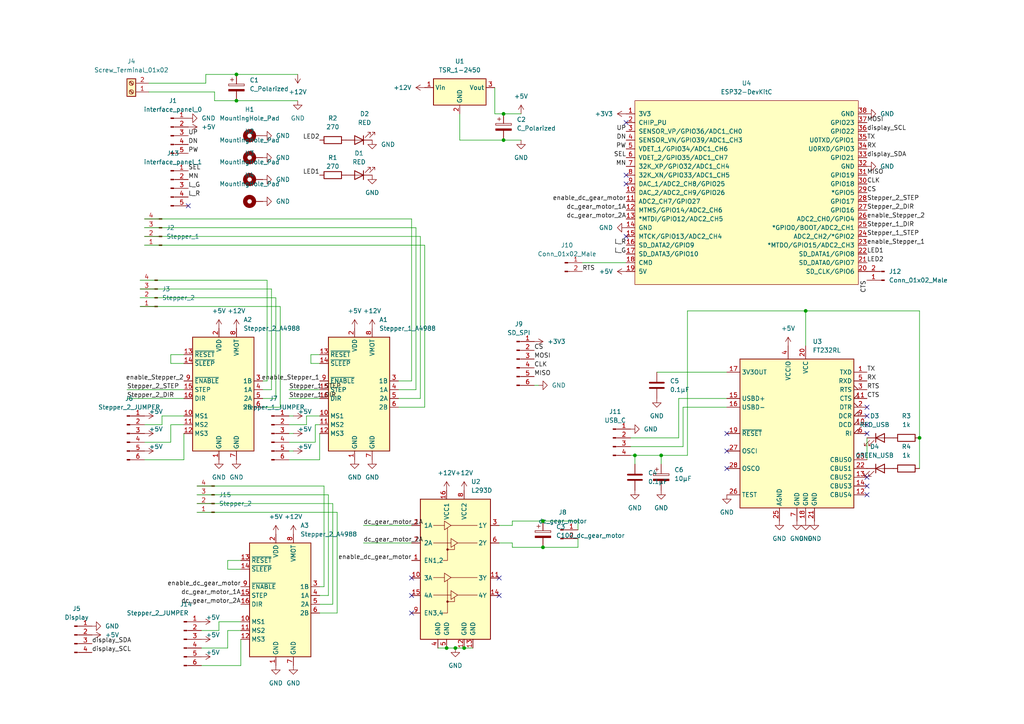
<source format=kicad_sch>
(kicad_sch (version 20211123) (generator eeschema)
  (paper "A4")
  (lib_symbols
    (symbol "Connector:Conn_01x02_Male" (pin_names (offset 1.016) hide)
      (property "Reference" "J" (at 0 2.54 0))
      (property "Value" "Conn_01x02_Male" (at 0 -5.08 0))
      (symbol "Conn_01x02_Male_1_1"
        (polyline (pts (xy 1.27 -2.54) (xy 0.8636 -2.54)) (stroke (width 0.1524)))
        (polyline (pts (xy 1.27 0) (xy 0.8636 0)) (stroke (width 0.1524)))
        (rectangle (start 0.8636 -2.413) (end 0 -2.667) (stroke (width 0.1524)) (fill (type outline)))
        (rectangle (start 0.8636 0.127) (end 0 -0.127) (stroke (width 0.1524)) (fill (type outline)))
        (pin passive line (at 5.08 0 180) (length 3.81) (name "Pin_1") (number "1"))
        (pin passive line (at 5.08 -2.54 180) (length 3.81) (name "Pin_2") (number "2"))
      )
    )
    (symbol "Connector:Conn_01x04_Male" (pin_names (offset 1.016) hide)
      (property "Reference" "J" (at 0 5.08 0))
      (property "Value" "Conn_01x04_Male" (at 0 -7.62 0))
      (symbol "Conn_01x04_Male_1_1"
        (polyline (pts (xy 1.27 -5.08) (xy 0.8636 -5.08)) (stroke (width 0.1524)))
        (polyline (pts (xy 1.27 -2.54) (xy 0.8636 -2.54)) (stroke (width 0.1524)))
        (polyline (pts (xy 1.27 0) (xy 0.8636 0)) (stroke (width 0.1524)))
        (polyline (pts (xy 1.27 2.54) (xy 0.8636 2.54)) (stroke (width 0.1524)))
        (rectangle (start 0.8636 -4.953) (end 0 -5.207) (stroke (width 0.1524)) (fill (type outline)))
        (rectangle (start 0.8636 -2.413) (end 0 -2.667) (stroke (width 0.1524)) (fill (type outline)))
        (rectangle (start 0.8636 0.127) (end 0 -0.127) (stroke (width 0.1524)) (fill (type outline)))
        (rectangle (start 0.8636 2.667) (end 0 2.413) (stroke (width 0.1524)) (fill (type outline)))
        (pin passive line (at 5.08 2.54 180) (length 3.81) (name "Pin_1") (number "1"))
        (pin passive line (at 5.08 0 180) (length 3.81) (name "Pin_2") (number "2"))
        (pin passive line (at 5.08 -2.54 180) (length 3.81) (name "Pin_3") (number "3"))
        (pin passive line (at 5.08 -5.08 180) (length 3.81) (name "Pin_4") (number "4"))
      )
    )
    (symbol "Connector:Conn_01x05_Male" (pin_names (offset 1.016) hide)
      (property "Reference" "J" (at 0 7.62 0))
      (property "Value" "Conn_01x05_Male" (at 0 -7.62 0))
      (symbol "Conn_01x05_Male_1_1"
        (polyline (pts (xy 1.27 -5.08) (xy 0.8636 -5.08)) (stroke (width 0.1524)))
        (polyline (pts (xy 1.27 -2.54) (xy 0.8636 -2.54)) (stroke (width 0.1524)))
        (polyline (pts (xy 1.27 0) (xy 0.8636 0)) (stroke (width 0.1524)))
        (polyline (pts (xy 1.27 2.54) (xy 0.8636 2.54)) (stroke (width 0.1524)))
        (polyline (pts (xy 1.27 5.08) (xy 0.8636 5.08)) (stroke (width 0.1524)))
        (rectangle (start 0.8636 -4.953) (end 0 -5.207) (stroke (width 0.1524)) (fill (type outline)))
        (rectangle (start 0.8636 -2.413) (end 0 -2.667) (stroke (width 0.1524)) (fill (type outline)))
        (rectangle (start 0.8636 0.127) (end 0 -0.127) (stroke (width 0.1524)) (fill (type outline)))
        (rectangle (start 0.8636 2.667) (end 0 2.413) (stroke (width 0.1524)) (fill (type outline)))
        (rectangle (start 0.8636 5.207) (end 0 4.953) (stroke (width 0.1524)) (fill (type outline)))
        (pin passive line (at 5.08 5.08 180) (length 3.81) (name "Pin_1") (number "1"))
        (pin passive line (at 5.08 2.54 180) (length 3.81) (name "Pin_2") (number "2"))
        (pin passive line (at 5.08 0 180) (length 3.81) (name "Pin_3") (number "3"))
        (pin passive line (at 5.08 -2.54 180) (length 3.81) (name "Pin_4") (number "4"))
        (pin passive line (at 5.08 -5.08 180) (length 3.81) (name "Pin_5") (number "5"))
      )
    )
    (symbol "Connector:Conn_01x06_Male" (pin_names (offset 1.016) hide)
      (property "Reference" "J" (at 0 7.62 0))
      (property "Value" "Conn_01x06_Male" (at 0 -10.16 0))
      (symbol "Conn_01x06_Male_1_1"
        (polyline (pts (xy 1.27 -7.62) (xy 0.8636 -7.62)) (stroke (width 0.1524)))
        (polyline (pts (xy 1.27 -5.08) (xy 0.8636 -5.08)) (stroke (width 0.1524)))
        (polyline (pts (xy 1.27 -2.54) (xy 0.8636 -2.54)) (stroke (width 0.1524)))
        (polyline (pts (xy 1.27 0) (xy 0.8636 0)) (stroke (width 0.1524)))
        (polyline (pts (xy 1.27 2.54) (xy 0.8636 2.54)) (stroke (width 0.1524)))
        (polyline (pts (xy 1.27 5.08) (xy 0.8636 5.08)) (stroke (width 0.1524)))
        (rectangle (start 0.8636 -7.493) (end 0 -7.747) (stroke (width 0.1524)) (fill (type outline)))
        (rectangle (start 0.8636 -4.953) (end 0 -5.207) (stroke (width 0.1524)) (fill (type outline)))
        (rectangle (start 0.8636 -2.413) (end 0 -2.667) (stroke (width 0.1524)) (fill (type outline)))
        (rectangle (start 0.8636 0.127) (end 0 -0.127) (stroke (width 0.1524)) (fill (type outline)))
        (rectangle (start 0.8636 2.667) (end 0 2.413) (stroke (width 0.1524)) (fill (type outline)))
        (rectangle (start 0.8636 5.207) (end 0 4.953) (stroke (width 0.1524)) (fill (type outline)))
        (pin passive line (at 5.08 5.08 180) (length 3.81) (name "Pin_1") (number "1"))
        (pin passive line (at 5.08 2.54 180) (length 3.81) (name "Pin_2") (number "2"))
        (pin passive line (at 5.08 0 180) (length 3.81) (name "Pin_3") (number "3"))
        (pin passive line (at 5.08 -2.54 180) (length 3.81) (name "Pin_4") (number "4"))
        (pin passive line (at 5.08 -5.08 180) (length 3.81) (name "Pin_5") (number "5"))
        (pin passive line (at 5.08 -7.62 180) (length 3.81) (name "Pin_6") (number "6"))
      )
    )
    (symbol "Connector:Screw_Terminal_01x02" (pin_names (offset 1.016) hide)
      (property "Reference" "J" (at 0 2.54 0))
      (property "Value" "Screw_Terminal_01x02" (at 0 -5.08 0))
      (symbol "Screw_Terminal_01x02_1_1"
        (rectangle (start -1.27 1.27) (end 1.27 -3.81) (stroke (width 0.254)) (fill (type background)))
        (circle (center 0 -2.54) (radius 0.635) (stroke (width 0.1524)))
        (polyline (pts (xy -0.5334 -2.2098) (xy 0.3302 -3.048)) (stroke (width 0.1524)))
        (polyline (pts (xy -0.5334 0.3302) (xy 0.3302 -0.508)) (stroke (width 0.1524)))
        (polyline (pts (xy -0.3556 -2.032) (xy 0.508 -2.8702)) (stroke (width 0.1524)))
        (polyline (pts (xy -0.3556 0.508) (xy 0.508 -0.3302)) (stroke (width 0.1524)))
        (circle (center 0 0) (radius 0.635) (stroke (width 0.1524)))
        (pin passive line (at -5.08 0 0) (length 3.81) (name "Pin_1") (number "1"))
        (pin passive line (at -5.08 -2.54 0) (length 3.81) (name "Pin_2") (number "2"))
      )
    )
    (symbol "Device:C" (pin_numbers hide) (pin_names (offset 0.254))
      (property "Reference" "C" (at 0.635 2.54 0))
      (property "Value" "C" (at 0.635 -2.54 0))
      (symbol "C_0_1"
        (polyline (pts (xy -2.032 -0.762) (xy 2.032 -0.762)) (stroke (width 0.508)))
        (polyline (pts (xy -2.032 0.762) (xy 2.032 0.762)) (stroke (width 0.508)))
      )
      (symbol "C_1_1"
        (pin passive line (at 0 3.81 270) (length 2.794) (name "~") (number "1"))
        (pin passive line (at 0 -3.81 90) (length 2.794) (name "~") (number "2"))
      )
    )
    (symbol "Device:C_Polarized" (pin_numbers hide) (pin_names (offset 0.254))
      (property "Reference" "C" (at 0.635 2.54 0))
      (property "Value" "C_Polarized" (at 0.635 -2.54 0))
      (symbol "C_Polarized_0_1"
        (rectangle (start -2.286 0.508) (end 2.286 1.016))
        (polyline (pts (xy -1.778 2.286) (xy -0.762 2.286)))
        (polyline (pts (xy -1.27 2.794) (xy -1.27 1.778)))
        (rectangle (start 2.286 -0.508) (end -2.286 -1.016) (fill (type outline)))
      )
      (symbol "C_Polarized_1_1"
        (pin passive line (at 0 3.81 270) (length 2.794) (name "~") (number "1"))
        (pin passive line (at 0 -3.81 90) (length 2.794) (name "~") (number "2"))
      )
    )
    (symbol "Device:LED" (pin_numbers hide) (pin_names (offset 1.016) hide)
      (property "Reference" "D" (at 0 2.54 0))
      (property "Value" "LED" (at 0 -2.54 0))
      (symbol "LED_0_1"
        (polyline (pts (xy -1.27 -1.27) (xy -1.27 1.27)) (stroke (width 0.254)))
        (polyline (pts (xy -1.27 0) (xy 1.27 0)))
        (polyline (pts (xy 1.27 -1.27) (xy 1.27 1.27) (xy -1.27 0) (xy 1.27 -1.27)) (stroke (width 0.254)))
        (polyline (pts (xy -3.048 -0.762) (xy -4.572 -2.286) (xy -3.81 -2.286) (xy -4.572 -2.286) (xy -4.572 -1.524)))
        (polyline (pts (xy -1.778 -0.762) (xy -3.302 -2.286) (xy -2.54 -2.286) (xy -3.302 -2.286) (xy -3.302 -1.524)))
      )
      (symbol "LED_1_1"
        (pin passive line (at -3.81 0 0) (length 2.54) (name "K") (number "1"))
        (pin passive line (at 3.81 0 180) (length 2.54) (name "A") (number "2"))
      )
    )
    (symbol "Device:R" (pin_numbers hide) (pin_names (offset 0))
      (property "Reference" "R" (at 2.032 0 90))
      (property "Value" "R" (at 0 0 90))
      (symbol "R_0_1"
        (rectangle (start -1.016 -2.54) (end 1.016 2.54) (stroke (width 0.254)))
      )
      (symbol "R_1_1"
        (pin passive line (at 0 3.81 270) (length 1.27) (name "~") (number "1"))
        (pin passive line (at 0 -3.81 90) (length 1.27) (name "~") (number "2"))
      )
    )
    (symbol "Driver_Motor:L293D" (pin_names (offset 1.016))
      (property "Reference" "U" (at -5.08 26.035 0))
      (property "Value" "L293D" (at -5.08 24.13 0))
      (symbol "L293D_0_1"
        (rectangle (start -10.16 22.86) (end 10.16 -17.78) (stroke (width 0.254)) (fill (type background)))
        (circle (center -2.286 -6.858) (radius 0.254) (fill (type outline)))
        (circle (center -2.286 8.255) (radius 0.254) (fill (type outline)))
        (polyline (pts (xy -6.35 -4.953) (xy -1.27 -4.953)))
        (polyline (pts (xy -6.35 0.127) (xy -3.175 0.127)))
        (polyline (pts (xy -6.35 10.16) (xy -1.27 10.16)))
        (polyline (pts (xy -6.35 15.24) (xy -3.175 15.24)))
        (polyline (pts (xy -1.27 0.127) (xy 6.35 0.127)))
        (polyline (pts (xy -1.27 15.24) (xy 6.35 15.24)))
        (polyline (pts (xy 0.635 -4.953) (xy 6.35 -4.953)))
        (polyline (pts (xy 0.635 10.16) (xy 6.35 10.16)))
        (polyline (pts (xy -2.286 -6.858) (xy -0.254 -6.858) (xy -0.254 -5.588)))
        (polyline (pts (xy -2.286 -0.635) (xy -2.286 -10.16) (xy -3.556 -10.16)))
        (polyline (pts (xy -2.286 8.255) (xy -0.254 8.255) (xy -0.254 9.525)))
        (polyline (pts (xy -2.286 14.478) (xy -2.286 5.08) (xy -3.556 5.08)))
        (polyline (pts (xy -3.175 1.397) (xy -3.175 -1.143) (xy -1.27 0.127) (xy -3.175 1.397)))
        (polyline (pts (xy -3.175 16.51) (xy -3.175 13.97) (xy -1.27 15.24) (xy -3.175 16.51)))
        (polyline (pts (xy -1.27 -3.683) (xy -1.27 -6.223) (xy 0.635 -4.953) (xy -1.27 -3.683)))
        (polyline (pts (xy -1.27 11.43) (xy -1.27 8.89) (xy 0.635 10.16) (xy -1.27 11.43)))
      )
      (symbol "L293D_1_1"
        (pin input line (at -12.7 5.08 0) (length 2.54) (name "EN1,2") (number "1"))
        (pin input line (at -12.7 0 0) (length 2.54) (name "3A") (number "10"))
        (pin output line (at 12.7 0 180) (length 2.54) (name "3Y") (number "11"))
        (pin power_in line (at 2.54 -20.32 90) (length 2.54) (name "GND") (number "12"))
        (pin power_in line (at 5.08 -20.32 90) (length 2.54) (name "GND") (number "13"))
        (pin output line (at 12.7 -5.08 180) (length 2.54) (name "4Y") (number "14"))
        (pin input line (at -12.7 -5.08 0) (length 2.54) (name "4A") (number "15"))
        (pin power_in line (at -2.54 25.4 270) (length 2.54) (name "VCC1") (number "16"))
        (pin input line (at -12.7 15.24 0) (length 2.54) (name "1A") (number "2"))
        (pin output line (at 12.7 15.24 180) (length 2.54) (name "1Y") (number "3"))
        (pin power_in line (at -5.08 -20.32 90) (length 2.54) (name "GND") (number "4"))
        (pin power_in line (at -2.54 -20.32 90) (length 2.54) (name "GND") (number "5"))
        (pin output line (at 12.7 10.16 180) (length 2.54) (name "2Y") (number "6"))
        (pin input line (at -12.7 10.16 0) (length 2.54) (name "2A") (number "7"))
        (pin power_in line (at 2.54 25.4 270) (length 2.54) (name "VCC2") (number "8"))
        (pin input line (at -12.7 -10.16 0) (length 2.54) (name "EN3,4") (number "9"))
      )
    )
    (symbol "Driver_Motor:Pololu_Breakout_A4988"
      (property "Reference" "A" (at -2.54 19.05 0))
      (property "Value" "Pololu_Breakout_A4988" (at -2.54 16.51 0))
      (symbol "Pololu_Breakout_A4988_0_1"
        (rectangle (start 10.16 -17.78) (end -7.62 15.24) (stroke (width 0.254)) (fill (type background)))
      )
      (symbol "Pololu_Breakout_A4988_1_1"
        (pin power_in line (at 0 -20.32 90) (length 2.54) (name "GND") (number "1"))
        (pin input line (at -10.16 -7.62 0) (length 2.54) (name "MS1") (number "10"))
        (pin input line (at -10.16 -10.16 0) (length 2.54) (name "MS2") (number "11"))
        (pin input line (at -10.16 -12.7 0) (length 2.54) (name "MS3") (number "12"))
        (pin input line (at -10.16 10.16 0) (length 2.54) (name "~{RESET}") (number "13"))
        (pin input line (at -10.16 7.62 0) (length 2.54) (name "~{SLEEP}") (number "14"))
        (pin input line (at -10.16 0 0) (length 2.54) (name "STEP") (number "15"))
        (pin input line (at -10.16 -2.54 0) (length 2.54) (name "DIR") (number "16"))
        (pin power_in line (at 0 17.78 270) (length 2.54) (name "VDD") (number "2"))
        (pin output line (at 12.7 2.54 180) (length 2.54) (name "1B") (number "3"))
        (pin output line (at 12.7 0 180) (length 2.54) (name "1A") (number "4"))
        (pin output line (at 12.7 -2.54 180) (length 2.54) (name "2A") (number "5"))
        (pin output line (at 12.7 -5.08 180) (length 2.54) (name "2B") (number "6"))
        (pin power_in line (at 5.08 -20.32 90) (length 2.54) (name "GND") (number "7"))
        (pin power_in line (at 5.08 17.78 270) (length 2.54) (name "VMOT") (number "8"))
        (pin input line (at -10.16 2.54 0) (length 2.54) (name "~{ENABLE}") (number "9"))
      )
    )
    (symbol "Espressif:ESP32-DevKitC" (pin_names (offset 1.016))
      (property "Reference" "U" (at -8.89 26.67 0))
      (property "Value" "ESP32-DevKitC" (at 0 -29.21 0))
      (symbol "ESP32-DevKitC_0_0"
        (pin power_in line (at -33.02 -11.43 0) (length 2.54) (name "GND") (number "14"))
        (pin power_in line (at -33.02 -24.13 0) (length 2.54) (name "5V") (number "19"))
      )
      (symbol "ESP32-DevKitC_0_1"
        (rectangle (start -30.48 25.4) (end 34.29 -27.94) (fill (type background)))
      )
      (symbol "ESP32-DevKitC_1_1"
        (pin power_in line (at -33.02 21.59 0) (length 2.54) (name "3V3") (number "1"))
        (pin bidirectional line (at -33.02 -1.27 0) (length 2.54) (name "DAC_2/ADC2_CH9/GPIO26") (number "10"))
        (pin bidirectional line (at -33.02 -3.81 0) (length 2.54) (name "ADC2_CH7/GPIO27") (number "11"))
        (pin bidirectional line (at -33.02 -6.35 0) (length 2.54) (name "MTMS/GPIO14/ADC2_CH6") (number "12"))
        (pin bidirectional line (at -33.02 -8.89 0) (length 2.54) (name "*MTDI/GPIO12/ADC2_CH5") (number "13"))
        (pin bidirectional line (at -33.02 -13.97 0) (length 2.54) (name "MTCK/GPIO13/ADC2_CH4") (number "15"))
        (pin bidirectional line (at -33.02 -16.51 0) (length 2.54) (name "SD_DATA2/GPIO9") (number "16"))
        (pin bidirectional line (at -33.02 -19.05 0) (length 2.54) (name "SD_DATA3/GPIO10") (number "17"))
        (pin bidirectional line (at -33.02 -21.59 0) (length 2.54) (name "CMD") (number "18"))
        (pin input line (at -33.02 19.05 0) (length 2.54) (name "CHIP_PU") (number "2"))
        (pin bidirectional line (at 36.83 -24.13 180) (length 2.54) (name "SD_CLK/GPIO6") (number "20"))
        (pin bidirectional line (at 36.83 -21.59 180) (length 2.54) (name "SD_DATA0/GPIO7") (number "21"))
        (pin bidirectional line (at 36.83 -19.05 180) (length 2.54) (name "SD_DATA1/GPIO8") (number "22"))
        (pin bidirectional line (at 36.83 -16.51 180) (length 2.54) (name "*MTDO/GPIO15/ADC2_CH3") (number "23"))
        (pin bidirectional line (at 36.83 -13.97 180) (length 2.54) (name "ADC2_CH2/*GPIO2") (number "24"))
        (pin bidirectional line (at 36.83 -11.43 180) (length 2.54) (name "*GPIO0/BOOT/ADC2_CH1") (number "25"))
        (pin bidirectional line (at 36.83 -8.89 180) (length 2.54) (name "ADC2_CH0/GPIO4") (number "26"))
        (pin bidirectional line (at 36.83 -6.35 180) (length 2.54) (name "GPIO16") (number "27"))
        (pin bidirectional line (at 36.83 -3.81 180) (length 2.54) (name "GPIO17") (number "28"))
        (pin bidirectional line (at 36.83 -1.27 180) (length 2.54) (name "*GPIO5") (number "29"))
        (pin input line (at -33.02 16.51 0) (length 2.54) (name "SENSOR_VP/GPIO36/ADC1_CH0") (number "3"))
        (pin bidirectional line (at 36.83 1.27 180) (length 2.54) (name "GPIO18") (number "30"))
        (pin bidirectional line (at 36.83 3.81 180) (length 2.54) (name "GPIO19") (number "31"))
        (pin power_in line (at 36.83 6.35 180) (length 2.54) (name "GND") (number "32"))
        (pin bidirectional line (at 36.83 8.89 180) (length 2.54) (name "GPIO21") (number "33"))
        (pin bidirectional line (at 36.83 11.43 180) (length 2.54) (name "U0RXD/GPIO3") (number "34"))
        (pin bidirectional line (at 36.83 13.97 180) (length 2.54) (name "U0TXD/GPIO1") (number "35"))
        (pin bidirectional line (at 36.83 16.51 180) (length 2.54) (name "GPIO22") (number "36"))
        (pin bidirectional line (at 36.83 19.05 180) (length 2.54) (name "GPIO23") (number "37"))
        (pin power_in line (at 36.83 21.59 180) (length 2.54) (name "GND") (number "38"))
        (pin input line (at -33.02 13.97 0) (length 2.54) (name "SENSOR_VN/GPIO39/ADC1_CH3") (number "4"))
        (pin input line (at -33.02 11.43 0) (length 2.54) (name "VDET_1/GPIO34/ADC1_CH6") (number "5"))
        (pin input line (at -33.02 8.89 0) (length 2.54) (name "VDET_2/GPIO35/ADC1_CH7") (number "6"))
        (pin bidirectional line (at -33.02 6.35 0) (length 2.54) (name "32K_XP/GPIO32/ADC1_CH4") (number "7"))
        (pin bidirectional line (at -33.02 3.81 0) (length 2.54) (name "32K_XN/GPIO33/ADC1_CH5") (number "8"))
        (pin bidirectional line (at -33.02 1.27 0) (length 2.54) (name "DAC_1/ADC2_CH8/GPIO25") (number "9"))
      )
    )
    (symbol "Interface_USB:FT232RL"
      (property "Reference" "U" (at -16.51 22.86 0))
      (property "Value" "FT232RL" (at 10.16 22.86 0))
      (symbol "FT232RL_0_1"
        (rectangle (start -16.51 21.59) (end 16.51 -21.59) (stroke (width 0.254)) (fill (type background)))
      )
      (symbol "FT232RL_1_1"
        (pin output line (at 20.32 17.78 180) (length 3.81) (name "TXD") (number "1"))
        (pin input input_low (at 20.32 2.54 180) (length 3.81) (name "DCD") (number "10"))
        (pin input input_low (at 20.32 10.16 180) (length 3.81) (name "CTS") (number "11"))
        (pin bidirectional line (at 20.32 -17.78 180) (length 3.81) (name "CBUS4") (number "12"))
        (pin bidirectional line (at 20.32 -12.7 180) (length 3.81) (name "CBUS2") (number "13"))
        (pin bidirectional line (at 20.32 -15.24 180) (length 3.81) (name "CBUS3") (number "14"))
        (pin bidirectional line (at -20.32 10.16 0) (length 3.81) (name "USBD+") (number "15"))
        (pin bidirectional line (at -20.32 7.62 0) (length 3.81) (name "USBD-") (number "16"))
        (pin power_out line (at -20.32 17.78 0) (length 3.81) (name "3V3OUT") (number "17"))
        (pin power_in line (at 2.54 -25.4 90) (length 3.81) (name "GND") (number "18"))
        (pin input line (at -20.32 0 0) (length 3.81) (name "~{RESET}") (number "19"))
        (pin output output_low (at 20.32 7.62 180) (length 3.81) (name "DTR") (number "2"))
        (pin power_in line (at 2.54 25.4 270) (length 3.81) (name "VCC") (number "20"))
        (pin power_in line (at 5.08 -25.4 90) (length 3.81) (name "GND") (number "21"))
        (pin bidirectional line (at 20.32 -10.16 180) (length 3.81) (name "CBUS1") (number "22"))
        (pin bidirectional line (at 20.32 -7.62 180) (length 3.81) (name "CBUS0") (number "23"))
        (pin power_in line (at -5.08 -25.4 90) (length 3.81) (name "AGND") (number "25"))
        (pin input line (at -20.32 -17.78 0) (length 3.81) (name "TEST") (number "26"))
        (pin input line (at -20.32 -5.08 0) (length 3.81) (name "OSCI") (number "27"))
        (pin output line (at -20.32 -10.16 0) (length 3.81) (name "OSCO") (number "28"))
        (pin output output_low (at 20.32 12.7 180) (length 3.81) (name "RTS") (number "3"))
        (pin power_in line (at -2.54 25.4 270) (length 3.81) (name "VCCIO") (number "4"))
        (pin input line (at 20.32 15.24 180) (length 3.81) (name "RXD") (number "5"))
        (pin input input_low (at 20.32 0 180) (length 3.81) (name "RI") (number "6"))
        (pin power_in line (at 0 -25.4 90) (length 3.81) (name "GND") (number "7"))
        (pin input input_low (at 20.32 5.08 180) (length 3.81) (name "DCR") (number "9"))
      )
    )
    (symbol "Mechanical:MountingHole_Pad" (pin_numbers hide) (pin_names (offset 1.016) hide)
      (property "Reference" "H" (at 0 6.35 0))
      (property "Value" "MountingHole_Pad" (at 0 4.445 0))
      (symbol "MountingHole_Pad_0_1"
        (circle (center 0 1.27) (radius 1.27) (stroke (width 1.27)))
      )
      (symbol "MountingHole_Pad_1_1"
        (pin input line (at 0 -2.54 90) (length 2.54) (name "1") (number "1"))
      )
    )
    (symbol "Regulator_Switching:TSR_1-2450"
      (property "Reference" "U" (at -7.62 6.35 0))
      (property "Value" "TSR_1-2450" (at -1.27 6.35 0))
      (symbol "TSR_1-2450_0_1"
        (rectangle (start -7.62 5.08) (end 7.62 -2.54) (stroke (width 0.254)) (fill (type background)))
      )
      (symbol "TSR_1-2450_1_1"
        (pin power_in line (at -10.16 2.54 0) (length 2.54) (name "Vin") (number "1"))
        (pin power_in line (at 0 -5.08 90) (length 2.54) (name "GND") (number "2"))
        (pin power_out line (at 10.16 2.54 180) (length 2.54) (name "Vout") (number "3"))
      )
    )
    (symbol "power:+12V" (power) (pin_names (offset 0))
      (property "Value" "+12V" (at 0 3.556 0))
      (symbol "+12V_0_1"
        (polyline (pts (xy -0.762 1.27) (xy 0 2.54)))
        (polyline (pts (xy 0 0) (xy 0 2.54)))
        (polyline (pts (xy 0 2.54) (xy 0.762 1.27)))
      )
      (symbol "+12V_1_1"
        (pin power_in line (at 0 0 90) (length 0) hide (name "+12V") (number "1"))
      )
    )
    (symbol "power:+3V3" (power) (pin_names (offset 0))
      (property "Value" "+3V3" (at 0 3.556 0))
      (symbol "+3V3_0_1"
        (polyline (pts (xy -0.762 1.27) (xy 0 2.54)))
        (polyline (pts (xy 0 0) (xy 0 2.54)))
        (polyline (pts (xy 0 2.54) (xy 0.762 1.27)))
      )
      (symbol "+3V3_1_1"
        (pin power_in line (at 0 0 90) (length 0) hide (name "+3V3") (number "1"))
      )
    )
    (symbol "power:+5V" (power) (pin_names (offset 0))
      (property "Value" "+5V" (at 0 3.556 0))
      (symbol "+5V_0_1"
        (polyline (pts (xy -0.762 1.27) (xy 0 2.54)))
        (polyline (pts (xy 0 0) (xy 0 2.54)))
        (polyline (pts (xy 0 2.54) (xy 0.762 1.27)))
      )
      (symbol "+5V_1_1"
        (pin power_in line (at 0 0 90) (length 0) hide (name "+5V") (number "1"))
      )
    )
    (symbol "power:GND" (power) (pin_names (offset 0))
      (property "Value" "GND" (at 0 -3.81 0))
      (symbol "GND_0_1"
        (polyline (pts (xy 0 0) (xy 0 -1.27) (xy 1.27 -1.27) (xy 0 -2.54) (xy -1.27 -1.27) (xy 0 -1.27)))
      )
      (symbol "GND_1_1"
        (pin power_in line (at 0 0 270) (length 0) hide (name "GND") (number "1"))
      )
    )
  )
  (junction (at 132.08 187.96))
  (junction (at 191.77 132.08))
  (junction (at 157.48 158.75))
  (junction (at 129.54 187.96))
  (junction (at 233.68 90.17))
  (junction (at 146.05 33.02))
  (junction (at 68.58 29.21))
  (junction (at 157.48 151.13))
  (junction (at 266.7 127))
  (junction (at 184.15 132.08))
  (junction (at 134.62 187.96))
  (junction (at 146.05 40.64))
  (junction (at 68.58 21.59))
  (no_connect (at 119.38 167.64))
  (no_connect (at 119.38 177.8))
  (no_connect (at 119.38 172.72))
  (no_connect (at 144.78 167.64))
  (no_connect (at 144.78 172.72))
  (no_connect (at 54.61 59.69))
  (no_connect (at 251.46 118.11))
  (no_connect (at 210.82 135.89))
  (no_connect (at 210.82 125.73))
  (no_connect (at 210.82 130.81))
  (no_connect (at 181.61 68.58))
  (no_connect (at 181.61 35.56))
  (no_connect (at 181.61 50.8))
  (no_connect (at 181.61 53.34))
  (no_connect (at 251.46 125.73))
  (no_connect (at 251.46 123.19))
  (no_connect (at 251.46 120.65))
  (no_connect (at 251.46 143.51))
  (no_connect (at 251.46 140.97))
  (no_connect (at 251.46 138.43))
  (wire (pts (xy 133.35 33.02) (xy 133.35 40.64)))
  (wire (pts (xy 129.54 187.96) (xy 132.08 187.96)))
  (wire (pts (xy 191.77 132.08) (xy 199.39 132.08)))
  (wire (pts (xy 266.7 90.17) (xy 266.7 127)))
  (wire (pts (xy 43.18 24.13) (xy 59.69 24.13)))
  (wire (pts (xy 120.65 66.04) (xy 120.65 113.03)))
  (wire (pts (xy 121.92 115.57) (xy 115.57 115.57)))
  (wire (pts (xy 91.44 123.19) (xy 92.71 123.19)))
  (wire (pts (xy 46.99 120.65) (xy 46.99 123.19)))
  (wire (pts (xy 83.82 128.27) (xy 91.44 128.27)))
  (wire (pts (xy 81.28 118.11) (xy 76.2 118.11)))
  (wire (pts (xy 69.85 182.88) (xy 66.04 182.88)))
  (wire (pts (xy 92.71 105.41) (xy 90.17 105.41)))
  (wire (pts (xy 148.59 152.4) (xy 144.78 152.4)))
  (wire (pts (xy 41.91 133.35) (xy 53.34 133.35)))
  (wire (pts (xy 143.51 33.02) (xy 146.05 33.02)))
  (wire (pts (xy 83.82 115.57) (xy 92.71 115.57)))
  (wire (pts (xy 69.85 165.1) (xy 66.04 165.1)))
  (wire (pts (xy 134.62 187.96) (xy 137.16 187.96)))
  (wire (pts (xy 146.05 33.02) (xy 151.13 33.02)))
  (wire (pts (xy 90.17 105.41) (xy 90.17 102.87)))
  (wire (pts (xy 58.42 193.04) (xy 69.85 193.04)))
  (wire (pts (xy 88.9 120.65) (xy 88.9 123.19)))
  (wire (pts (xy 157.48 158.75) (xy 167.64 158.75)))
  (wire (pts (xy 148.59 157.48) (xy 148.59 158.75)))
  (wire (pts (xy 115.57 113.03) (xy 120.65 113.03)))
  (wire (pts (xy 62.23 29.21) (xy 68.58 29.21)))
  (wire (pts (xy 198.12 118.11) (xy 198.12 129.54)))
  (wire (pts (xy 157.48 151.13) (xy 148.59 151.13)))
  (wire (pts (xy 95.25 172.72) (xy 92.71 172.72)))
  (wire (pts (xy 191.77 132.08) (xy 191.77 134.62)))
  (wire (pts (xy 41.91 71.12) (xy 123.19 71.12)))
  (wire (pts (xy 69.85 185.42) (xy 69.85 193.04)))
  (wire (pts (xy 210.82 118.11) (xy 198.12 118.11)))
  (wire (pts (xy 41.91 68.58) (xy 121.92 68.58)))
  (wire (pts (xy 182.88 127) (xy 196.85 127)))
  (wire (pts (xy 53.34 120.65) (xy 46.99 120.65)))
  (wire (pts (xy 93.98 170.18) (xy 92.71 170.18)))
  (wire (pts (xy 168.91 76.2) (xy 181.61 76.2)))
  (wire (pts (xy 143.51 25.4) (xy 143.51 33.02)))
  (wire (pts (xy 59.69 21.59) (xy 68.58 21.59)))
  (wire (pts (xy 91.44 123.19) (xy 91.44 128.27)))
  (wire (pts (xy 119.38 110.49) (xy 115.57 110.49)))
  (wire (pts (xy 58.42 182.88) (xy 63.5 182.88)))
  (wire (pts (xy 83.82 123.19) (xy 88.9 123.19)))
  (wire (pts (xy 199.39 90.17) (xy 199.39 132.08)))
  (wire (pts (xy 184.15 132.08) (xy 191.77 132.08)))
  (wire (pts (xy 167.64 151.13) (xy 167.64 153.67)))
  (wire (pts (xy 83.82 120.65) (xy 85.09 120.65)))
  (wire (pts (xy 57.15 143.51) (xy 95.25 143.51)))
  (wire (pts (xy 40.64 83.82) (xy 78.74 83.82)))
  (wire (pts (xy 196.85 115.57) (xy 210.82 115.57)))
  (wire (pts (xy 167.64 158.75) (xy 167.64 156.21)))
  (wire (pts (xy 233.68 100.33) (xy 233.68 90.17)))
  (wire (pts (xy 36.83 115.57) (xy 53.34 115.57)))
  (wire (pts (xy 121.92 68.58) (xy 121.92 115.57)))
  (wire (pts (xy 93.98 140.97) (xy 93.98 170.18)))
  (wire (pts (xy 127 187.96) (xy 129.54 187.96)))
  (wire (pts (xy 78.74 83.82) (xy 78.74 113.03)))
  (wire (pts (xy 62.23 26.67) (xy 62.23 29.21)))
  (wire (pts (xy 132.08 187.96) (xy 134.62 187.96)))
  (wire (pts (xy 198.12 129.54) (xy 182.88 129.54)))
  (wire (pts (xy 133.35 40.64) (xy 146.05 40.64)))
  (wire (pts (xy 69.85 180.34) (xy 63.5 180.34)))
  (wire (pts (xy 144.78 157.48) (xy 148.59 157.48)))
  (wire (pts (xy 53.34 125.73) (xy 53.34 133.35)))
  (wire (pts (xy 251.46 127) (xy 251.46 133.35)))
  (wire (pts (xy 66.04 165.1) (xy 66.04 162.56)))
  (wire (pts (xy 148.59 151.13) (xy 148.59 152.4)))
  (wire (pts (xy 66.04 182.88) (xy 66.04 187.96)))
  (wire (pts (xy 157.48 151.13) (xy 167.64 151.13)))
  (wire (pts (xy 41.91 63.5) (xy 119.38 63.5)))
  (wire (pts (xy 63.5 180.34) (xy 63.5 182.88)))
  (wire (pts (xy 36.83 113.03) (xy 53.34 113.03)))
  (wire (pts (xy 80.01 86.36) (xy 80.01 115.57)))
  (wire (pts (xy 53.34 123.19) (xy 49.53 123.19)))
  (wire (pts (xy 40.64 81.28) (xy 77.47 81.28)))
  (wire (pts (xy 41.91 123.19) (xy 46.99 123.19)))
  (wire (pts (xy 68.58 21.59) (xy 86.36 21.59)))
  (wire (pts (xy 41.91 66.04) (xy 120.65 66.04)))
  (wire (pts (xy 96.52 175.26) (xy 92.71 175.26)))
  (wire (pts (xy 57.15 140.97) (xy 93.98 140.97)))
  (wire (pts (xy 49.53 123.19) (xy 49.53 128.27)))
  (wire (pts (xy 78.74 113.03) (xy 76.2 113.03)))
  (wire (pts (xy 148.59 158.75) (xy 157.48 158.75)))
  (wire (pts (xy 182.88 132.08) (xy 184.15 132.08)))
  (wire (pts (xy 233.68 90.17) (xy 199.39 90.17)))
  (wire (pts (xy 77.47 81.28) (xy 77.47 110.49)))
  (wire (pts (xy 119.38 63.5) (xy 119.38 110.49)))
  (wire (pts (xy 57.15 146.05) (xy 96.52 146.05)))
  (wire (pts (xy 43.18 26.67) (xy 62.23 26.67)))
  (wire (pts (xy 57.15 148.59) (xy 97.79 148.59)))
  (wire (pts (xy 105.41 152.4) (xy 119.38 152.4)))
  (wire (pts (xy 146.05 40.64) (xy 151.13 40.64)))
  (wire (pts (xy 40.64 86.36) (xy 80.01 86.36)))
  (wire (pts (xy 83.82 130.81) (xy 85.09 130.81)))
  (wire (pts (xy 105.41 157.48) (xy 119.38 157.48)))
  (wire (pts (xy 80.01 115.57) (xy 76.2 115.57)))
  (wire (pts (xy 68.58 29.21) (xy 86.36 29.21)))
  (wire (pts (xy 95.25 143.51) (xy 95.25 172.72)))
  (wire (pts (xy 190.5 107.95) (xy 210.82 107.95)))
  (wire (pts (xy 154.94 111.76) (xy 156.21 111.76)))
  (wire (pts (xy 92.71 120.65) (xy 88.9 120.65)))
  (wire (pts (xy 266.7 127) (xy 266.7 135.89)))
  (wire (pts (xy 233.68 90.17) (xy 266.7 90.17)))
  (wire (pts (xy 59.69 24.13) (xy 59.69 21.59)))
  (wire (pts (xy 184.15 132.08) (xy 184.15 134.62)))
  (wire (pts (xy 83.82 133.35) (xy 92.71 133.35)))
  (wire (pts (xy 40.64 88.9) (xy 81.28 88.9)))
  (wire (pts (xy 83.82 125.73) (xy 85.09 125.73)))
  (wire (pts (xy 96.52 146.05) (xy 96.52 175.26)))
  (wire (pts (xy 81.28 88.9) (xy 81.28 118.11)))
  (wire (pts (xy 77.47 110.49) (xy 76.2 110.49)))
  (wire (pts (xy 123.19 118.11) (xy 115.57 118.11)))
  (wire (pts (xy 196.85 115.57) (xy 196.85 127)))
  (wire (pts (xy 123.19 71.12) (xy 123.19 118.11)))
  (wire (pts (xy 49.53 105.41) (xy 49.53 102.87)))
  (wire (pts (xy 97.79 177.8) (xy 92.71 177.8)))
  (wire (pts (xy 83.82 113.03) (xy 92.71 113.03)))
  (wire (pts (xy 58.42 187.96) (xy 66.04 187.96)))
  (wire (pts (xy 49.53 102.87) (xy 53.34 102.87)))
  (wire (pts (xy 53.34 105.41) (xy 49.53 105.41)))
  (wire (pts (xy 97.79 148.59) (xy 97.79 177.8)))
  (wire (pts (xy 92.71 125.73) (xy 92.71 133.35)))
  (wire (pts (xy 90.17 102.87) (xy 92.71 102.87)))
  (wire (pts (xy 66.04 162.56) (xy 69.85 162.56)))
  (wire (pts (xy 41.91 128.27) (xy 49.53 128.27)))
  (label "dc_gear_motor_1A" (at 105.41 152.4 0))
  (label "display_SDA" (at 251.46 45.72 0))
  (label "Stepper_2_STEP" (at 251.46 58.42 0))
  (label "enable_dc_gear_motor" (at 69.85 170.18 180))
  (label "enable_dc_gear_motor" (at 119.38 162.56 180))
  (label "Stepper_1_DIR" (at 251.46 66.04 0))
  (label "TX" (at 251.46 40.64 0))
  (label "display_SDA" (at 26.67 186.69 0))
  (label "LED2" (at 251.46 76.2 0))
  (label "CLK" (at 154.94 106.68 0))
  (label "MISO" (at 154.94 109.22 0))
  (label "display_SCL" (at 251.46 38.1 0))
  (label "enable_Stepper_1" (at 92.71 110.49 180))
  (label "enable_Stepper_2" (at 53.34 110.49 180))
  (label "MOSI" (at 154.94 104.14 0))
  (label "L_R" (at 54.61 57.15 0))
  (label "MISO" (at 251.46 50.8 0))
  (label "RX" (at 251.46 43.18 0))
  (label "TX" (at 251.46 107.95 0))
  (label "DN" (at 54.61 41.91 0))
  (label "CLK" (at 251.46 53.34 0))
  (label "LED1" (at 92.71 50.8 180))
  (label "display_SCL" (at 26.67 189.23 0))
  (label "dc_gear_motor_2A" (at 69.85 175.26 180))
  (label "dc_gear_motor_1A" (at 69.85 172.72 180))
  (label "Stepper_1_STEP" (at 251.46 68.58 0))
  (label "Stepper_2_DIR" (at 36.83 115.57 0))
  (label "L_R" (at 181.61 71.12 180))
  (label "dc_gear_motor_2A" (at 181.61 63.5 180))
  (label "LED1" (at 251.46 73.66 0))
  (label "PW" (at 54.61 44.45 0))
  (label "SEL" (at 54.61 49.53 0))
  (label "DN" (at 181.61 40.64 180))
  (label "MN" (at 181.61 48.26 180))
  (label "dc_gear_motor_2A" (at 105.41 157.48 0))
  (label "RTS" (at 168.91 78.74 0))
  (label "MOSI" (at 251.46 35.56 0))
  (label "CS" (at 154.94 101.6 0))
  (label "dc_gear_motor_1A" (at 181.61 60.96 180))
  (label "UP" (at 54.61 39.37 0))
  (label "SEL" (at 181.61 45.72 180))
  (label "enable_Stepper_1" (at 251.46 71.12 0))
  (label "Stepper_2_STEP" (at 36.83 113.03 0))
  (label "CTS" (at 251.46 115.57 0))
  (label "PW" (at 181.61 43.18 180))
  (label "CTS" (at 251.46 81.28 270))
  (label "MN" (at 54.61 52.07 0))
  (label "L_G" (at 54.61 54.61 0))
  (label "enable_dc_gear_motor" (at 181.61 58.42 180))
  (label "L_G" (at 181.61 73.66 180))
  (label "LED2" (at 92.71 40.64 180))
  (label "Stepper_1_STEP" (at 83.82 113.03 0))
  (label "Stepper_2_DIR" (at 251.46 60.96 0))
  (label "Stepper_1_DIR" (at 83.82 115.57 0))
  (label "CS" (at 251.46 55.88 0))
  (label "UP" (at 181.61 38.1 180))
  (label "RX" (at 251.46 110.49 0))
  (label "RTS" (at 251.46 113.03 0))
  (label "enable_Stepper_2" (at 251.46 63.5 0))
  (symbol (lib_id "Device:C") (at 190.5 111.76 0) (unit 1)
    (property "Reference" "C5" (at 194.31 110.4899 0) (effects (justify left)))
    (property "Value" "0.1µF" (at 194.31 113.0299 0) (effects (justify left)))
    (property "Footprint" "Capacitor_THT:CP_Radial_D4.0mm_P1.50mm" (effects hide))
  )
  (symbol (lib_id "power:GND") (at 86.36 29.21 0) (unit 1)
    (property "Reference" "#PWR0107" (effects hide))
    (property "Value" "GND" (at 86.36 34.29 0))
  )
  (symbol (lib_id "power:+5V") (at 41.91 125.73 270) (unit 1)
    (property "Reference" "#PWR0128" (effects hide))
    (property "Value" "+5V" (at 43.18 124.46 90) (effects (justify left)))
  )
  (symbol (lib_id "Driver_Motor:L293D") (at 132.08 167.64 0) (unit 1)
    (property "Reference" "U2" (at 136.6394 139.7 0) (effects (justify left)))
    (property "Value" "L293D" (at 136.6394 142.24 0) (effects (justify left)))
    (property "Footprint" "Package_DIP:DIP-16_W7.62mm" (effects hide))
    (property "Datasheet" "http://www.ti.com/lit/ds/symlink/l293.pdf" (effects hide))
  )
  (symbol (lib_id "Mechanical:MountingHole_Pad") (at 73.66 58.42 90) (unit 1)
    (property "Reference" "H4" (at 72.39 50.8 90))
    (property "Value" "MountingHole_Pad" (at 72.39 53.34 90))
    (property "Footprint" "MountingHole:MountingHole_3.2mm_M3_ISO7380_Pad" (effects hide))
  )
  (symbol (lib_id "Connector:Conn_01x04_Male") (at 21.59 184.15 0) (unit 1)
    (property "Reference" "J5" (at 22.225 176.53 0))
    (property "Value" "Display" (at 22.225 179.07 0))
    (property "Footprint" "Connector_JST:JST_EH_B4B-EH-A_1x04_P2.50mm_Vertical" (effects hide))
  )
  (symbol (lib_id "power:+12V") (at 123.19 25.4 90) (unit 1)
    (property "Reference" "#PWR0102" (effects hide))
    (property "Value" "+12V" (at 119.38 25.3999 90) (effects (justify left)))
  )
  (symbol (lib_id "power:+5V") (at 58.42 185.42 270) (unit 1)
    (property "Reference" "#PWR04" (effects hide))
    (property "Value" "+5V" (at 59.69 184.15 90) (effects (justify left)))
  )
  (symbol (lib_id "power:+5V") (at 80.01 154.94 0) (unit 1)
    (property "Reference" "#PWR06" (effects hide))
    (property "Value" "+5V" (at 80.01 149.86 0))
  )
  (symbol (lib_id "power:GND") (at 107.95 40.64 0) (unit 1)
    (property "Reference" "#PWR0117" (effects hide))
    (property "Value" "GND" (at 110.49 41.9099 0) (effects (justify left)))
  )
  (symbol (lib_id "Device:C_Polarized") (at 191.77 138.43 0) (unit 1)
    (property "Reference" "C6" (at 195.58 136.2709 0) (effects (justify left)))
    (property "Value" "10µF" (at 195.58 138.8109 0) (effects (justify left)))
    (property "Footprint" "Capacitor_THT:CP_Radial_D4.0mm_P2.00mm" (effects hide))
  )
  (symbol (lib_id "Mechanical:MountingHole_Pad") (at 73.66 52.07 90) (unit 1)
    (property "Reference" "H3" (at 72.39 44.45 90))
    (property "Value" "MountingHole_Pad" (at 72.39 46.99 90))
    (property "Footprint" "MountingHole:MountingHole_3.2mm_M3_ISO7380_Pad" (effects hide))
  )
  (symbol (lib_id "Driver_Motor:Pololu_Breakout_A4988") (at 80.01 172.72 0) (unit 1)
    (property "Reference" "A3" (at 87.1094 152.4 0) (effects (justify left)))
    (property "Value" "Stepper_2_A4988" (at 87.1094 154.94 0) (effects (justify left)))
    (property "Footprint" "Module:Pololu_Breakout-16_15.2x20.3mm" (effects hide))
    (property "Datasheet" "https://www.pololu.com/product/2980/pictures" (effects hide))
  )
  (symbol (lib_id "power:+12V") (at 134.62 142.24 0) (unit 1)
    (property "Reference" "#PWR0120" (effects hide))
    (property "Value" "+12V" (at 134.62 137.16 0))
  )
  (symbol (lib_id "power:GND") (at 80.01 193.04 0) (unit 1)
    (property "Reference" "#PWR07" (effects hide))
    (property "Value" "GND" (at 80.01 198.12 0))
  )
  (symbol (lib_id "Mechanical:MountingHole_Pad") (at 73.66 45.72 90) (unit 1)
    (property "Reference" "H2" (at 72.39 38.1 90))
    (property "Value" "MountingHole_Pad" (at 72.39 40.64 90))
    (property "Footprint" "MountingHole:MountingHole_3.2mm_M3_ISO7380_Pad" (effects hide))
  )
  (symbol (lib_id "power:GND") (at 76.2 45.72 90) (unit 1)
    (property "Reference" "#PWR0146" (effects hide))
    (property "Value" "GND" (at 80.01 45.7199 90) (effects (justify right)))
  )
  (symbol (lib_id "power:+12V") (at 129.54 142.24 0) (unit 1)
    (property "Reference" "#PWR0119" (effects hide))
    (property "Value" "+12V" (at 129.54 137.16 0))
  )
  (symbol (lib_id "power:+5V") (at 63.5 95.25 0) (unit 1)
    (property "Reference" "#PWR0110" (effects hide))
    (property "Value" "+5V" (at 63.5 90.17 0))
  )
  (symbol (lib_id "power:+5V") (at 85.09 120.65 270) (unit 1)
    (property "Reference" "#PWR0126" (effects hide))
    (property "Value" "+5V" (at 86.36 119.38 90) (effects (justify left)))
  )
  (symbol (lib_id "power:GND") (at 102.87 133.35 0) (unit 1)
    (property "Reference" "#PWR0106" (effects hide))
    (property "Value" "GND" (at 102.87 138.43 0))
  )
  (symbol (lib_id "power:GND") (at 156.21 111.76 90) (unit 1)
    (property "Reference" "#PWR0134" (effects hide))
    (property "Value" "GND" (at 160.02 111.7599 90) (effects (justify right)))
  )
  (symbol (lib_id "Device:LED") (at 255.27 127 0) (unit 1)
    (property "Reference" "D3" (at 253.6825 120.65 0))
    (property "Value" "RED_USB" (at 253.6825 123.19 0))
    (property "Footprint" "LED_THT:LED_D3.0mm_Horizontal_O1.27mm_Z2.0mm" (effects hide))
  )
  (symbol (lib_id "power:+3V3") (at 181.61 33.02 90) (unit 1)
    (property "Reference" "#PWR0131" (effects hide))
    (property "Value" "+3V3" (at 177.8 33.0199 90) (effects (justify left)))
  )
  (symbol (lib_id "Connector:Conn_01x04_Male") (at 62.23 146.05 180) (unit 1)
    (property "Reference" "J15" (at 63.5 143.5099 0) (effects (justify right)))
    (property "Value" "Stepper_2" (at 63.5 146.0499 0) (effects (justify right)))
    (property "Footprint" "Connector_JST:JST_EH_B4B-EH-A_1x04_P2.50mm_Vertical" (effects hide))
  )
  (symbol (lib_id "Connector:Conn_01x06_Male") (at 36.83 125.73 0) (unit 1)
    (property "Reference" "J6" (at 37.465 115.57 0))
    (property "Value" "Stepper_2_JUMPER" (at 37.465 118.11 0))
    (property "Footprint" "Connector_PinHeader_2.54mm:PinHeader_2x03_P2.54mm_Vertical" (effects hide))
  )
  (symbol (lib_id "power:GND") (at 251.46 33.02 90) (unit 1)
    (property "Reference" "#PWR0130" (effects hide))
    (property "Value" "GND" (at 255.27 33.0199 90) (effects (justify right)))
  )
  (symbol (lib_id "power:GND") (at 181.61 66.04 270) (unit 1)
    (property "Reference" "#PWR0115" (effects hide))
    (property "Value" "GND" (at 177.8 66.0399 90) (effects (justify right)))
  )
  (symbol (lib_id "power:GND") (at 191.77 142.24 0) (unit 1)
    (property "Reference" "#PWR0138" (effects hide))
    (property "Value" "GND" (at 191.77 147.32 0))
  )
  (symbol (lib_id "Device:C_Polarized") (at 146.05 36.83 0) (unit 1)
    (property "Reference" "C2" (at 149.86 34.6709 0) (effects (justify left)))
    (property "Value" "C_Polarized" (at 149.86 37.2109 0) (effects (justify left)))
    (property "Footprint" "Capacitor_THT:CP_Radial_D5.0mm_P2.00mm" (effects hide))
  )
  (symbol (lib_id "power:+5V") (at 41.91 130.81 270) (unit 1)
    (property "Reference" "#PWR0127" (effects hide))
    (property "Value" "+5V" (at 43.18 129.54 90) (effects (justify left)))
  )
  (symbol (lib_id "Connector:Conn_01x06_Male") (at 78.74 125.73 0) (unit 1)
    (property "Reference" "J7" (at 79.375 115.57 0))
    (property "Value" "Stepper_1_JUMPER" (at 79.375 118.11 0))
    (property "Footprint" "Connector_PinHeader_2.54mm:PinHeader_2x03_P2.54mm_Vertical" (effects hide))
  )
  (symbol (lib_id "power:+5V") (at 58.42 190.5 270) (unit 1)
    (property "Reference" "#PWR05" (effects hide))
    (property "Value" "+5V" (at 59.69 189.23 90) (effects (justify left)))
  )
  (symbol (lib_id "Driver_Motor:Pololu_Breakout_A4988") (at 102.87 113.03 0) (unit 1)
    (property "Reference" "A1" (at 109.9694 92.71 0) (effects (justify left)))
    (property "Value" "Stepper_1_A4988" (at 109.9694 95.25 0) (effects (justify left)))
    (property "Footprint" "Module:Pololu_Breakout-16_15.2x20.3mm" (effects hide))
    (property "Datasheet" "https://www.pololu.com/product/2980/pictures" (effects hide))
  )
  (symbol (lib_id "power:GND") (at 85.09 193.04 0) (unit 1)
    (property "Reference" "#PWR09" (effects hide))
    (property "Value" "GND" (at 85.09 198.12 0))
  )
  (symbol (lib_id "Connector:Conn_01x06_Male") (at 53.34 185.42 0) (unit 1)
    (property "Reference" "J14" (at 53.975 175.26 0))
    (property "Value" "Stepper_2_JUMPER" (at 45.72 177.8 0))
    (property "Footprint" "Connector_PinHeader_2.54mm:PinHeader_2x03_P2.54mm_Vertical" (effects hide))
  )
  (symbol (lib_id "power:+5V") (at 58.42 180.34 270) (unit 1)
    (property "Reference" "#PWR03" (effects hide))
    (property "Value" "+5V" (at 59.69 179.07 90) (effects (justify left)))
  )
  (symbol (lib_id "power:GND") (at 231.14 151.13 0) (unit 1)
    (property "Reference" "#PWR0142" (effects hide))
    (property "Value" "GND" (at 231.14 156.21 0))
  )
  (symbol (lib_id "power:GND") (at 182.88 124.46 90) (unit 1)
    (property "Reference" "#PWR0136" (effects hide))
    (property "Value" "GND" (at 186.69 124.4599 90) (effects (justify right)))
  )
  (symbol (lib_id "Driver_Motor:Pololu_Breakout_A4988") (at 63.5 113.03 0) (unit 1)
    (property "Reference" "A2" (at 70.5994 92.71 0) (effects (justify left)))
    (property "Value" "Stepper_2_A4988" (at 70.5994 95.25 0) (effects (justify left)))
    (property "Footprint" "Module:Pololu_Breakout-16_15.2x20.3mm" (effects hide))
    (property "Datasheet" "https://www.pololu.com/product/2980/pictures" (effects hide))
  )
  (symbol (lib_id "power:+5V") (at 181.61 78.74 90) (unit 1)
    (property "Reference" "#PWR0114" (effects hide))
    (property "Value" "+5V" (at 177.8 78.7399 90) (effects (justify left)))
  )
  (symbol (lib_id "power:GND") (at 233.68 151.13 0) (unit 1)
    (property "Reference" "#PWR0141" (effects hide))
    (property "Value" "GND" (at 233.68 156.21 0))
  )
  (symbol (lib_id "power:+5V") (at 26.67 184.15 270) (unit 1)
    (property "Reference" "#PWR0122" (effects hide))
    (property "Value" "+5V" (at 30.48 184.1499 90) (effects (justify left)))
  )
  (symbol (lib_id "Device:R") (at 262.89 127 90) (unit 1)
    (property "Reference" "R3" (at 262.89 120.65 90))
    (property "Value" "1k" (at 262.89 123.19 90))
    (property "Footprint" "Resistor_THT:R_Axial_DIN0204_L3.6mm_D1.6mm_P7.62mm_Horizontal" (effects hide))
  )
  (symbol (lib_id "Connector:Conn_01x04_Male") (at 46.99 68.58 180) (unit 1)
    (property "Reference" "J2" (at 48.26 66.0399 0) (effects (justify right)))
    (property "Value" "Stepper_1" (at 48.26 68.5799 0) (effects (justify right)))
    (property "Footprint" "Connector_JST:JST_EH_B4B-EH-A_1x04_P2.50mm_Vertical" (effects hide))
  )
  (symbol (lib_id "power:+5V") (at 85.09 125.73 270) (unit 1)
    (property "Reference" "#PWR0124" (effects hide))
    (property "Value" "+5V" (at 86.36 124.46 90) (effects (justify left)))
  )
  (symbol (lib_id "Device:LED") (at 255.27 135.89 0) (unit 1)
    (property "Reference" "D4" (at 253.6825 129.54 0))
    (property "Value" "GREEN_USB" (at 253.6825 132.08 0))
    (property "Footprint" "LED_THT:LED_D3.0mm_Horizontal_O1.27mm_Z2.0mm" (effects hide))
  )
  (symbol (lib_id "power:GND") (at 68.58 133.35 0) (unit 1)
    (property "Reference" "#PWR0103" (effects hide))
    (property "Value" "GND" (at 68.58 138.43 0))
  )
  (symbol (lib_id "power:+3V3") (at 154.94 99.06 270) (unit 1)
    (property "Reference" "#PWR0135" (effects hide))
    (property "Value" "+3V3" (at 158.75 99.0599 90) (effects (justify left)))
  )
  (symbol (lib_id "Connector:Conn_01x02_Male") (at 256.54 81.28 180) (unit 1)
    (property "Reference" "J12" (at 257.81 78.7399 0) (effects (justify right)))
    (property "Value" "Conn_01x02_Male" (at 257.81 81.2799 0) (effects (justify right)))
    (property "Footprint" "Connector_PinHeader_2.54mm:PinHeader_1x02_P2.54mm_Vertical" (effects hide))
  )
  (symbol (lib_id "power:GND") (at 226.06 151.13 0) (unit 1)
    (property "Reference" "#PWR0143" (effects hide))
    (property "Value" "GND" (at 226.06 156.21 0))
  )
  (symbol (lib_id "Connector:Conn_01x05_Male") (at 49.53 39.37 0) (unit 1)
    (property "Reference" "J1" (at 50.165 29.21 0))
    (property "Value" "interface_panel_0" (at 50.165 31.75 0))
    (property "Footprint" "Connector_JST:JST_EH_B5B-EH-A_1x05_P2.50mm_Vertical" (effects hide))
  )
  (symbol (lib_id "power:+5V") (at 41.91 120.65 270) (unit 1)
    (property "Reference" "#PWR0129" (effects hide))
    (property "Value" "+5V" (at 43.18 119.38 90) (effects (justify left)))
  )
  (symbol (lib_id "power:+12V") (at 86.36 21.59 180) (unit 1)
    (property "Reference" "#PWR0101" (effects hide))
    (property "Value" "+12V" (at 86.36 26.67 0))
  )
  (symbol (lib_id "power:GND") (at 236.22 151.13 0) (unit 1)
    (property "Reference" "#PWR0140" (effects hide))
    (property "Value" "GND" (at 236.22 156.21 0))
  )
  (symbol (lib_id "power:+5V") (at 151.13 33.02 0) (unit 1)
    (property "Reference" "#PWR0109" (effects hide))
    (property "Value" "+5V" (at 151.13 27.94 0))
  )
  (symbol (lib_id "power:GND") (at 107.95 133.35 0) (unit 1)
    (property "Reference" "#PWR0105" (effects hide))
    (property "Value" "GND" (at 107.95 138.43 0))
  )
  (symbol (lib_id "power:GND") (at 184.15 142.24 0) (unit 1)
    (property "Reference" "#PWR0137" (effects hide))
    (property "Value" "GND" (at 184.15 147.32 0))
  )
  (symbol (lib_id "Connector:Conn_01x04_Male") (at 45.72 86.36 180) (unit 1)
    (property "Reference" "J3" (at 46.99 83.8199 0) (effects (justify right)))
    (property "Value" "Stepper_2" (at 46.99 86.3599 0) (effects (justify right)))
    (property "Footprint" "Connector_JST:JST_EH_B4B-EH-A_1x04_P2.50mm_Vertical" (effects hide))
  )
  (symbol (lib_id "power:+12V") (at 107.95 95.25 0) (unit 1)
    (property "Reference" "#PWR0112" (effects hide))
    (property "Value" "+12V" (at 107.95 90.17 0))
  )
  (symbol (lib_id "Device:R") (at 96.52 40.64 90) (unit 1)
    (property "Reference" "R2" (at 96.52 34.29 90))
    (property "Value" "270" (at 96.52 36.83 90))
    (property "Footprint" "Resistor_THT:R_Axial_DIN0204_L3.6mm_D1.6mm_P7.62mm_Horizontal" (effects hide))
  )
  (symbol (lib_id "Device:R") (at 96.52 50.8 90) (unit 1)
    (property "Reference" "R1" (at 96.52 45.72 90))
    (property "Value" "270" (at 96.52 48.26 90))
    (property "Footprint" "Resistor_THT:R_Axial_DIN0204_L3.6mm_D1.6mm_P7.62mm_Horizontal" (effects hide))
  )
  (symbol (lib_id "Interface_USB:FT232RL") (at 231.14 125.73 0) (unit 1)
    (property "Reference" "U3" (at 235.6994 99.06 0) (effects (justify left)))
    (property "Value" "FT232RL" (at 235.6994 101.6 0) (effects (justify left)))
    (property "Footprint" "Package_SO:SSOP-28_5.3x10.2mm_P0.65mm" (effects hide))
    (property "Datasheet" "https://www.ftdichip.com/Support/Documents/DataSheets/ICs/DS_FT232R.pdf" (effects hide))
  )
  (symbol (lib_id "power:GND") (at 76.2 52.07 90) (unit 1)
    (property "Reference" "#PWR0147" (effects hide))
    (property "Value" "GND" (at 80.01 52.0699 90) (effects (justify right)))
  )
  (symbol (lib_id "Connector:Conn_01x05_Male") (at 49.53 54.61 0) (unit 1)
    (property "Reference" "J13" (at 50.165 44.45 0))
    (property "Value" "interface_panel_1" (at 50.165 46.99 0))
    (property "Footprint" "Connector_JST:JST_EH_B5B-EH-A_1x05_P2.50mm_Vertical" (effects hide))
  )
  (symbol (lib_id "power:GND") (at 210.82 143.51 0) (unit 1)
    (property "Reference" "#PWR0139" (effects hide))
    (property "Value" "GND" (at 210.82 148.59 0))
  )
  (symbol (lib_id "power:GND") (at 151.13 40.64 0) (unit 1)
    (property "Reference" "#PWR0108" (effects hide))
    (property "Value" "GND" (at 151.13 45.72 0))
  )
  (symbol (lib_id "Connector:Conn_01x06_Male") (at 149.86 104.14 0) (unit 1)
    (property "Reference" "J9" (at 150.495 93.98 0))
    (property "Value" "SD_SPI" (at 150.495 96.52 0))
    (property "Footprint" "Connector_JST:JST_EH_B6B-EH-A_1x06_P2.50mm_Vertical" (effects hide))
  )
  (symbol (lib_id "Regulator_Switching:TSR_1-2450") (at 133.35 27.94 0) (unit 1)
    (property "Reference" "U1" (at 133.35 17.78 0))
    (property "Value" "TSR_1-2450" (at 133.35 20.32 0))
    (property "Footprint" "Converter_DCDC:Converter_DCDC_TRACO_TSR-1_THT" (effects hide))
    (property "Datasheet" "http://www.tracopower.com/products/tsr1.pdf" (effects hide))
  )
  (symbol (lib_id "Connector:Conn_01x02_Male") (at 162.56 153.67 0) (unit 1)
    (property "Reference" "J8" (at 163.195 148.59 0))
    (property "Value" "dc_gear_motor" (at 163.195 151.13 0))
    (property "Footprint" "Connector_JST:JST_EH_B2B-EH-A_1x02_P2.50mm_Vertical" (effects hide))
  )
  (symbol (lib_id "power:+5V") (at 85.09 130.81 270) (unit 1)
    (property "Reference" "#PWR0125" (effects hide))
    (property "Value" "+5V" (at 86.36 129.54 90) (effects (justify left)))
  )
  (symbol (lib_id "power:+5V") (at 54.61 36.83 270) (unit 1)
    (property "Reference" "#PWR02" (effects hide))
    (property "Value" "+5V" (at 58.42 36.8299 90) (effects (justify left)))
  )
  (symbol (lib_id "power:GND") (at 107.95 50.8 0) (unit 1)
    (property "Reference" "#PWR0118" (effects hide))
    (property "Value" "GND" (at 107.95 55.88 0))
  )
  (symbol (lib_id "power:GND") (at 54.61 34.29 90) (unit 1)
    (property "Reference" "#PWR01" (effects hide))
    (property "Value" "GND" (at 58.42 34.2899 90) (effects (justify right)))
  )
  (symbol (lib_id "power:GND") (at 26.67 181.61 90) (unit 1)
    (property "Reference" "#PWR0123" (effects hide))
    (property "Value" "GND" (at 30.48 181.6099 90) (effects (justify right)))
  )
  (symbol (lib_id "power:GND") (at 190.5 115.57 0) (unit 1)
    (property "Reference" "#PWR0145" (effects hide))
    (property "Value" "GND" (at 190.5 120.65 0))
  )
  (symbol (lib_id "power:+12V") (at 85.09 154.94 0) (unit 1)
    (property "Reference" "#PWR08" (effects hide))
    (property "Value" "+12V" (at 85.09 149.86 0))
  )
  (symbol (lib_id "Device:LED") (at 104.14 40.64 180) (unit 1)
    (property "Reference" "D2" (at 105.7275 33.02 0))
    (property "Value" "RED" (at 105.7275 35.56 0))
    (property "Footprint" "LED_THT:LED_D3.0mm_Horizontal_O1.27mm_Z2.0mm" (effects hide))
  )
  (symbol (lib_id "power:GND") (at 76.2 58.42 90) (unit 1)
    (property "Reference" "#PWR0132" (effects hide))
    (property "Value" "GND" (at 80.01 58.4199 90) (effects (justify right)))
  )
  (symbol (lib_id "power:+5V") (at 102.87 95.25 0) (unit 1)
    (property "Reference" "#PWR0113" (effects hide))
    (property "Value" "+5V" (at 102.87 90.17 0))
  )
  (symbol (lib_id "Device:R") (at 262.89 135.89 90) (unit 1)
    (property "Reference" "R4" (at 262.89 129.54 90))
    (property "Value" "1k" (at 262.89 132.08 90))
    (property "Footprint" "Resistor_THT:R_Axial_DIN0204_L3.6mm_D1.6mm_P7.62mm_Horizontal" (effects hide))
  )
  (symbol (lib_id "Device:C") (at 184.15 138.43 0) (unit 1)
    (property "Reference" "C4" (at 187.96 137.1599 0) (effects (justify left)))
    (property "Value" "0.1µF" (at 187.96 139.6999 0) (effects (justify left)))
    (property "Footprint" "Capacitor_THT:CP_Radial_D4.0mm_P1.50mm" (effects hide))
  )
  (symbol (lib_id "power:GND") (at 76.2 39.37 90) (unit 1)
    (property "Reference" "#PWR0133" (effects hide))
    (property "Value" "GND" (at 80.01 39.3699 90) (effects (justify right)))
  )
  (symbol (lib_id "Connector:Conn_01x02_Male") (at 163.83 76.2 0) (unit 1)
    (property "Reference" "J10" (at 164.465 71.12 0))
    (property "Value" "Conn_01x02_Male" (at 164.465 73.66 0))
    (property "Footprint" "Connector_PinHeader_2.54mm:PinHeader_1x02_P2.54mm_Vertical" (effects hide))
  )
  (symbol (lib_id "power:GND") (at 63.5 133.35 0) (unit 1)
    (property "Reference" "#PWR0104" (effects hide))
    (property "Value" "GND" (at 63.5 138.43 0))
  )
  (symbol (lib_id "Device:C_Polarized") (at 157.48 154.94 0) (unit 1)
    (property "Reference" "C3" (at 161.29 152.7809 0) (effects (justify left)))
    (property "Value" "C100_dc_gear_motor" (at 161.29 155.3209 0) (effects (justify left)))
    (property "Footprint" "Capacitor_THT:CP_Radial_D5.0mm_P2.00mm" (effects hide))
  )
  (symbol (lib_id "power:GND") (at 132.08 187.96 0) (unit 1)
    (property "Reference" "#PWR0121" (effects hide))
    (property "Value" "GND" (at 132.08 193.04 0))
  )
  (symbol (lib_id "power:GND") (at 251.46 48.26 90) (unit 1)
    (property "Reference" "#PWR0116" (effects hide))
    (property "Value" "GND" (at 255.27 48.2599 90) (effects (justify right)))
  )
  (symbol (lib_id "power:+12V") (at 68.58 95.25 0) (unit 1)
    (property "Reference" "#PWR0111" (effects hide))
    (property "Value" "+12V" (at 68.58 90.17 0))
  )
  (symbol (lib_id "Espressif:ESP32-DevKitC") (at 214.63 54.61 0) (unit 1)
    (property "Reference" "U4" (at 216.535 24.13 0))
    (property "Value" "ESP32-DevKitC" (at 216.535 26.67 0))
    (property "Footprint" "Espressif:ESP32-DevKitC" (effects hide))
    (property "Datasheet" "https://docs.espressif.com/projects/esp-idf/zh_CN/latest/esp32/hw-reference/esp32/get-started-devkitc.html" (effects hide))
  )
  (symbol (lib_id "power:+5V") (at 228.6 100.33 0) (unit 1)
    (property "Reference" "#PWR0144" (effects hide))
    (property "Value" "+5V" (at 228.6 95.25 0))
  )
  (symbol (lib_id "Device:LED") (at 104.14 50.8 180) (unit 1)
    (property "Reference" "D1" (at 104.14 44.45 0))
    (property "Value" "RED" (at 104.14 46.99 0))
    (property "Footprint" "LED_THT:LED_D3.0mm_Horizontal_O1.27mm_Z2.0mm" (effects hide))
  )
  (symbol (lib_id "Mechanical:MountingHole_Pad") (at 73.66 39.37 90) (unit 1)
    (property "Reference" "H1" (at 72.39 31.75 90))
    (property "Value" "MountingHole_Pad" (at 72.39 34.29 90))
    (property "Footprint" "MountingHole:MountingHole_3.2mm_M3_ISO7380_Pad" (effects hide))
  )
  (symbol (lib_id "Connector:Screw_Terminal_01x02") (at 38.1 26.67 180) (unit 1)
    (property "Reference" "J4" (at 38.1 17.78 0))
    (property "Value" "Screw_Terminal_01x02" (at 38.1 20.32 0))
    (property "Footprint" "TerminalBlock_Phoenix:TerminalBlock_Phoenix_MKDS-1,5-2-5.08_1x02_P5.08mm_Horizontal" (effects hide))
  )
  (symbol (lib_id "Device:C_Polarized") (at 68.58 25.4 0) (unit 1)
    (property "Reference" "C1" (at 72.39 23.2409 0) (effects (justify left)))
    (property "Value" "C_Polarized" (at 72.39 25.7809 0) (effects (justify left)))
    (property "Footprint" "Capacitor_THT:CP_Radial_D5.0mm_P2.00mm" (effects hide))
  )
  (symbol (lib_id "Connector:Conn_01x04_Male") (at 177.8 127 0) (unit 1)
    (property "Reference" "J11" (at 178.435 119.38 0))
    (property "Value" "USB_C" (at 178.435 121.92 0))
    (property "Footprint" "Connector_JST:JST_EH_B4B-EH-A_1x04_P2.50mm_Vertical" (effects hide))
  )
)
</source>
